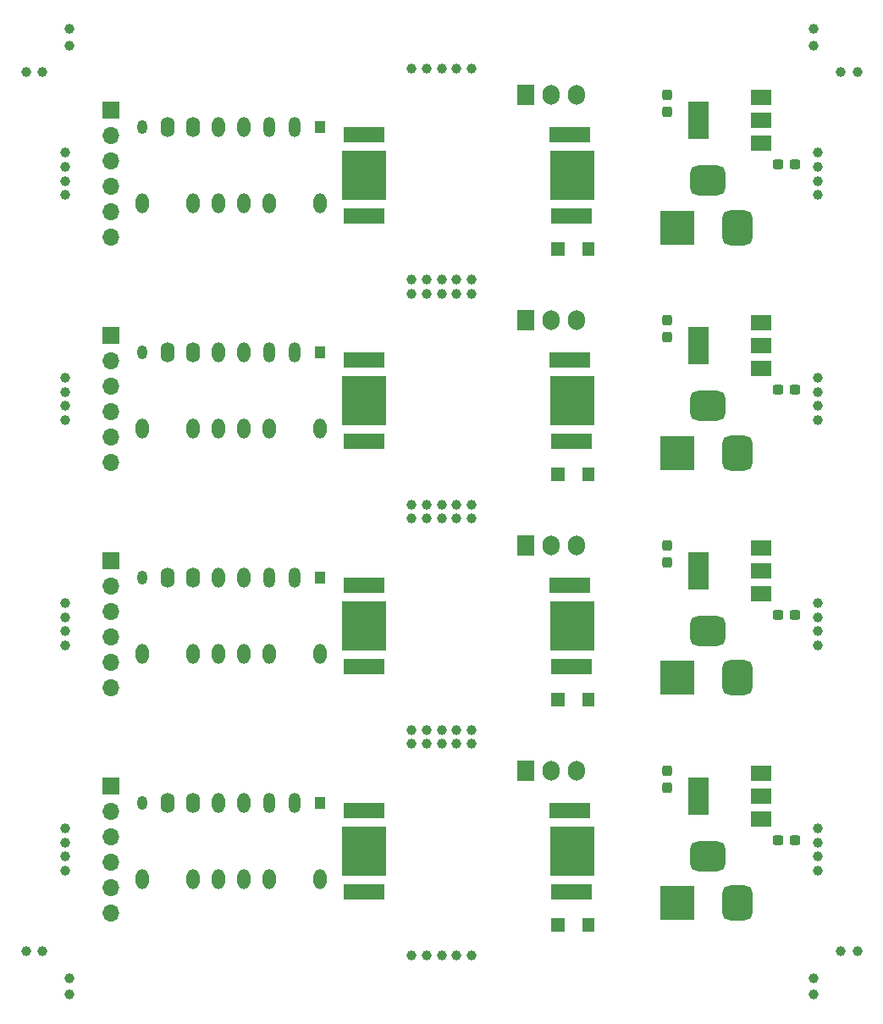
<source format=gbr>
%TF.GenerationSoftware,KiCad,Pcbnew,7.0.2*%
%TF.CreationDate,2023-06-18T21:37:11+09:00*%
%TF.ProjectId,PmodPLED_kikit,506d6f64-504c-4454-945f-6b696b69742e,rev?*%
%TF.SameCoordinates,Original*%
%TF.FileFunction,Soldermask,Top*%
%TF.FilePolarity,Negative*%
%FSLAX46Y46*%
G04 Gerber Fmt 4.6, Leading zero omitted, Abs format (unit mm)*
G04 Created by KiCad (PCBNEW 7.0.2) date 2023-06-18 21:37:11*
%MOMM*%
%LPD*%
G01*
G04 APERTURE LIST*
G04 Aperture macros list*
%AMRoundRect*
0 Rectangle with rounded corners*
0 $1 Rounding radius*
0 $2 $3 $4 $5 $6 $7 $8 $9 X,Y pos of 4 corners*
0 Add a 4 corners polygon primitive as box body*
4,1,4,$2,$3,$4,$5,$6,$7,$8,$9,$2,$3,0*
0 Add four circle primitives for the rounded corners*
1,1,$1+$1,$2,$3*
1,1,$1+$1,$4,$5*
1,1,$1+$1,$6,$7*
1,1,$1+$1,$8,$9*
0 Add four rect primitives between the rounded corners*
20,1,$1+$1,$2,$3,$4,$5,0*
20,1,$1+$1,$4,$5,$6,$7,0*
20,1,$1+$1,$6,$7,$8,$9,0*
20,1,$1+$1,$8,$9,$2,$3,0*%
%AMFreePoly0*
4,1,5,2.000000,-0.800000,-2.000000,-0.800000,-2.000000,0.800000,2.000000,0.800000,2.000000,-0.800000,2.000000,-0.800000,$1*%
%AMFreePoly1*
4,1,5,2.200000,-2.420000,-2.200000,-2.420000,-2.200000,2.420000,2.200000,2.420000,2.200000,-2.420000,2.200000,-2.420000,$1*%
G04 Aperture macros list end*
%ADD10C,1.000000*%
%ADD11RoundRect,0.237500X0.237500X-0.300000X0.237500X0.300000X-0.237500X0.300000X-0.237500X-0.300000X0*%
%ADD12R,1.700000X1.700000*%
%ADD13O,1.700000X1.700000*%
%ADD14RoundRect,0.237500X0.300000X0.237500X-0.300000X0.237500X-0.300000X-0.237500X0.300000X-0.237500X0*%
%ADD15FreePoly0,0.000000*%
%ADD16FreePoly1,0.000000*%
%ADD17R,1.400000X1.400000*%
%ADD18R,1.300000X1.400000*%
%ADD19R,2.000000X1.500000*%
%ADD20R,2.000000X3.800000*%
%ADD21RoundRect,0.750000X0.750000X1.000000X-0.750000X1.000000X-0.750000X-1.000000X0.750000X-1.000000X0*%
%ADD22RoundRect,0.750000X1.000000X0.750000X-1.000000X0.750000X-1.000000X-0.750000X1.000000X-0.750000X0*%
%ADD23R,3.500000X3.500000*%
%ADD24R,1.000000X1.200000*%
%ADD25O,1.200000X2.000000*%
%ADD26O,1.300000X2.000000*%
%ADD27O,1.400000X2.000000*%
%ADD28O,1.000000X1.400000*%
%ADD29R,1.700000X2.000000*%
%ADD30O,1.700000X2.000000*%
G04 APERTURE END LIST*
D10*
%TO.C,REF\u002A\u002A*%
X147000000Y-113270792D03*
%TD*%
%TO.C,REF\u002A\u002A*%
X145500000Y-68235396D03*
%TD*%
%TO.C,REF\u002A\u002A*%
X151500000Y-24602382D03*
%TD*%
%TO.C,REF\u002A\u002A*%
X147000000Y-69637778D03*
%TD*%
%TO.C,REF\u002A\u002A*%
X110870246Y-37258849D03*
%TD*%
%TO.C,REF\u002A\u002A*%
X110870246Y-58376547D03*
%TD*%
D11*
%TO.C,C2*%
X171014618Y-96548885D03*
X171014618Y-94823885D03*
%TD*%
D10*
%TO.C,REF\u002A\u002A*%
X111270246Y-20666667D03*
%TD*%
%TO.C,REF\u002A\u002A*%
X111270246Y-22333334D03*
%TD*%
%TO.C,REF\u002A\u002A*%
X145500000Y-47120080D03*
%TD*%
%TO.C,REF\u002A\u002A*%
X148500000Y-92155476D03*
%TD*%
D12*
%TO.C,J2*%
X115414018Y-73854487D03*
D13*
X115414018Y-76394487D03*
X115414018Y-78934487D03*
X115414018Y-81474487D03*
X115414018Y-84014487D03*
X115414018Y-86554487D03*
%TD*%
D14*
%TO.C,C1*%
X183865918Y-79213887D03*
X182140918Y-79213887D03*
%TD*%
D10*
%TO.C,REF\u002A\u002A*%
X186128838Y-37258803D03*
%TD*%
D15*
%TO.C,D1*%
X140765024Y-98833191D03*
D16*
X140765024Y-102897191D03*
D15*
X140765024Y-106961191D03*
X161465024Y-106961191D03*
D16*
X161565024Y-102897191D03*
D15*
X161325024Y-98833191D03*
%TD*%
D10*
%TO.C,REF\u002A\u002A*%
X151500000Y-68235396D03*
%TD*%
D17*
%TO.C,D3*%
X160142018Y-65179789D03*
D18*
X163192018Y-65179789D03*
%TD*%
D10*
%TO.C,REF\u002A\u002A*%
X151500000Y-92155476D03*
%TD*%
%TO.C,REF\u002A\u002A*%
X148500000Y-69637778D03*
%TD*%
%TO.C,REF\u002A\u002A*%
X148500000Y-45717698D03*
%TD*%
%TO.C,REF\u002A\u002A*%
X150000000Y-45717698D03*
%TD*%
%TO.C,REF\u002A\u002A*%
X145500000Y-90753094D03*
%TD*%
%TO.C,REF\u002A\u002A*%
X145500000Y-45717698D03*
%TD*%
%TO.C,REF\u002A\u002A*%
X185729754Y-117204125D03*
%TD*%
%TO.C,REF\u002A\u002A*%
X186128520Y-34458804D03*
%TD*%
%TO.C,REF\u002A\u002A*%
X186128838Y-59776501D03*
%TD*%
%TO.C,REF\u002A\u002A*%
X190063087Y-112870792D03*
%TD*%
D15*
%TO.C,D1*%
X140765024Y-76315493D03*
D16*
X140765024Y-80379493D03*
D15*
X140765024Y-84443493D03*
X161465024Y-84443493D03*
D16*
X161565024Y-80379493D03*
D15*
X161325024Y-76315493D03*
%TD*%
D10*
%TO.C,REF\u002A\u002A*%
X186128520Y-102011897D03*
%TD*%
D19*
%TO.C,U1*%
X180463818Y-77145087D03*
X180463818Y-74845087D03*
D20*
X174163818Y-74845087D03*
D19*
X180463818Y-72545087D03*
%TD*%
D10*
%TO.C,REF\u002A\u002A*%
X145500000Y-24602382D03*
%TD*%
%TO.C,REF\u002A\u002A*%
X110870246Y-79494245D03*
%TD*%
%TO.C,REF\u002A\u002A*%
X110870246Y-102011943D03*
%TD*%
%TO.C,REF\u002A\u002A*%
X110870246Y-104811943D03*
%TD*%
D19*
%TO.C,U1*%
X180463818Y-54627389D03*
X180463818Y-52327389D03*
D20*
X174163818Y-52327389D03*
D19*
X180463818Y-50027389D03*
%TD*%
D15*
%TO.C,D1*%
X140765024Y-53797795D03*
D16*
X140765024Y-57861795D03*
D15*
X140765024Y-61925795D03*
X161465024Y-61925795D03*
D16*
X161565024Y-57861795D03*
D15*
X161325024Y-53797795D03*
%TD*%
D10*
%TO.C,REF\u002A\u002A*%
X111270246Y-115537458D03*
%TD*%
%TO.C,REF\u002A\u002A*%
X185729754Y-22333334D03*
%TD*%
%TO.C,REF\u002A\u002A*%
X185729754Y-115537458D03*
%TD*%
%TO.C,REF\u002A\u002A*%
X150000000Y-90753094D03*
%TD*%
%TO.C,REF\u002A\u002A*%
X110870246Y-35858849D03*
%TD*%
D21*
%TO.C,J1*%
X178075818Y-85556187D03*
D22*
X175075818Y-80856187D03*
D23*
X172075818Y-85556187D03*
%TD*%
D10*
%TO.C,REF\u002A\u002A*%
X108603580Y-112870792D03*
%TD*%
%TO.C,REF\u002A\u002A*%
X147000000Y-24602382D03*
%TD*%
D24*
%TO.C,IC1*%
X136369018Y-75505487D03*
D25*
X133829018Y-75505487D03*
X131289018Y-75505487D03*
D26*
X128749018Y-75505487D03*
X126209018Y-75505487D03*
D27*
X123669018Y-75505487D03*
X121129018Y-75505487D03*
D28*
X118589018Y-75505487D03*
D26*
X136369018Y-83125487D03*
X131289018Y-83125487D03*
X128749018Y-83125487D03*
X126209018Y-83125487D03*
X123669018Y-83125487D03*
X118589018Y-83125487D03*
%TD*%
D10*
%TO.C,REF\u002A\u002A*%
X186128520Y-56976501D03*
%TD*%
D29*
%TO.C,J3*%
X156943018Y-72330487D03*
D30*
X159483018Y-72330487D03*
X162023018Y-72330487D03*
%TD*%
D17*
%TO.C,D3*%
X160142018Y-110215185D03*
D18*
X163192018Y-110215185D03*
%TD*%
D10*
%TO.C,REF\u002A\u002A*%
X190063087Y-25000000D03*
%TD*%
%TO.C,REF\u002A\u002A*%
X186128838Y-82294199D03*
%TD*%
%TO.C,REF\u002A\u002A*%
X148500000Y-90753094D03*
%TD*%
%TO.C,REF\u002A\u002A*%
X186128361Y-55576501D03*
%TD*%
%TO.C,REF\u002A\u002A*%
X188396420Y-112870792D03*
%TD*%
%TO.C,REF\u002A\u002A*%
X147000000Y-92155476D03*
%TD*%
D21*
%TO.C,J1*%
X178075818Y-108073885D03*
D22*
X175075818Y-103373885D03*
D23*
X172075818Y-108073885D03*
%TD*%
D10*
%TO.C,REF\u002A\u002A*%
X111270246Y-117204125D03*
%TD*%
D17*
%TO.C,D3*%
X160142018Y-42662091D03*
D18*
X163192018Y-42662091D03*
%TD*%
D11*
%TO.C,C2*%
X171014618Y-51513489D03*
X171014618Y-49788489D03*
%TD*%
D10*
%TO.C,REF\u002A\u002A*%
X110870246Y-34458849D03*
%TD*%
%TO.C,REF\u002A\u002A*%
X110870246Y-82294245D03*
%TD*%
%TO.C,REF\u002A\u002A*%
X110870246Y-80894245D03*
%TD*%
%TO.C,REF\u002A\u002A*%
X186128838Y-104811897D03*
%TD*%
%TO.C,REF\u002A\u002A*%
X186128361Y-78094199D03*
%TD*%
%TO.C,REF\u002A\u002A*%
X151500000Y-47120080D03*
%TD*%
%TO.C,REF\u002A\u002A*%
X186128679Y-80894199D03*
%TD*%
%TO.C,REF\u002A\u002A*%
X188396420Y-25000000D03*
%TD*%
%TO.C,REF\u002A\u002A*%
X150000000Y-92155476D03*
%TD*%
%TO.C,REF\u002A\u002A*%
X150000000Y-69637778D03*
%TD*%
%TO.C,REF\u002A\u002A*%
X151500000Y-69637778D03*
%TD*%
%TO.C,REF\u002A\u002A*%
X151500000Y-113270792D03*
%TD*%
%TO.C,REF\u002A\u002A*%
X186128679Y-58376501D03*
%TD*%
D14*
%TO.C,C1*%
X183865918Y-34178491D03*
X182140918Y-34178491D03*
%TD*%
D10*
%TO.C,REF\u002A\u002A*%
X151500000Y-45717698D03*
%TD*%
D11*
%TO.C,C2*%
X171014618Y-28995791D03*
X171014618Y-27270791D03*
%TD*%
%TO.C,C2*%
X171014618Y-74031187D03*
X171014618Y-72306187D03*
%TD*%
D29*
%TO.C,J3*%
X156943018Y-49812789D03*
D30*
X159483018Y-49812789D03*
X162023018Y-49812789D03*
%TD*%
D10*
%TO.C,REF\u002A\u002A*%
X148500000Y-68235396D03*
%TD*%
%TO.C,REF\u002A\u002A*%
X186128361Y-100611897D03*
%TD*%
%TO.C,REF\u002A\u002A*%
X110870246Y-33058849D03*
%TD*%
%TO.C,REF\u002A\u002A*%
X186128679Y-35858803D03*
%TD*%
%TO.C,REF\u002A\u002A*%
X148500000Y-24602382D03*
%TD*%
%TO.C,REF\u002A\u002A*%
X150000000Y-68235396D03*
%TD*%
D19*
%TO.C,U1*%
X180463818Y-32109691D03*
X180463818Y-29809691D03*
D20*
X174163818Y-29809691D03*
D19*
X180463818Y-27509691D03*
%TD*%
D10*
%TO.C,REF\u002A\u002A*%
X150000000Y-113270792D03*
%TD*%
D12*
%TO.C,J2*%
X115414018Y-96372185D03*
D13*
X115414018Y-98912185D03*
X115414018Y-101452185D03*
X115414018Y-103992185D03*
X115414018Y-106532185D03*
X115414018Y-109072185D03*
%TD*%
D10*
%TO.C,REF\u002A\u002A*%
X147000000Y-68235396D03*
%TD*%
%TO.C,REF\u002A\u002A*%
X145500000Y-113270792D03*
%TD*%
%TO.C,REF\u002A\u002A*%
X108603580Y-25000000D03*
%TD*%
%TO.C,REF\u002A\u002A*%
X186128361Y-33058804D03*
%TD*%
D21*
%TO.C,J1*%
X178075818Y-63038489D03*
D22*
X175075818Y-58338489D03*
D23*
X172075818Y-63038489D03*
%TD*%
D19*
%TO.C,U1*%
X180463818Y-99662785D03*
X180463818Y-97362785D03*
D20*
X174163818Y-97362785D03*
D19*
X180463818Y-95062785D03*
%TD*%
D21*
%TO.C,J1*%
X178075818Y-40520791D03*
D22*
X175075818Y-35820791D03*
D23*
X172075818Y-40520791D03*
%TD*%
D17*
%TO.C,D3*%
X160142018Y-87697487D03*
D18*
X163192018Y-87697487D03*
%TD*%
D10*
%TO.C,REF\u002A\u002A*%
X147000000Y-47120080D03*
%TD*%
%TO.C,REF\u002A\u002A*%
X151500000Y-90753094D03*
%TD*%
%TO.C,REF\u002A\u002A*%
X150000000Y-24602382D03*
%TD*%
%TO.C,REF\u002A\u002A*%
X110870246Y-78094245D03*
%TD*%
%TO.C,REF\u002A\u002A*%
X145500000Y-69637778D03*
%TD*%
%TO.C,REF\u002A\u002A*%
X185729754Y-20666667D03*
%TD*%
D24*
%TO.C,IC1*%
X136369018Y-30470091D03*
D25*
X133829018Y-30470091D03*
X131289018Y-30470091D03*
D26*
X128749018Y-30470091D03*
X126209018Y-30470091D03*
D27*
X123669018Y-30470091D03*
X121129018Y-30470091D03*
D28*
X118589018Y-30470091D03*
D26*
X136369018Y-38090091D03*
X131289018Y-38090091D03*
X128749018Y-38090091D03*
X126209018Y-38090091D03*
X123669018Y-38090091D03*
X118589018Y-38090091D03*
%TD*%
D12*
%TO.C,J2*%
X115414018Y-28819091D03*
D13*
X115414018Y-31359091D03*
X115414018Y-33899091D03*
X115414018Y-36439091D03*
X115414018Y-38979091D03*
X115414018Y-41519091D03*
%TD*%
D10*
%TO.C,REF\u002A\u002A*%
X148500000Y-113270792D03*
%TD*%
%TO.C,REF\u002A\u002A*%
X110870246Y-55576547D03*
%TD*%
D14*
%TO.C,C1*%
X183865918Y-101731585D03*
X182140918Y-101731585D03*
%TD*%
D24*
%TO.C,IC1*%
X136369018Y-52987789D03*
D25*
X133829018Y-52987789D03*
X131289018Y-52987789D03*
D26*
X128749018Y-52987789D03*
X126209018Y-52987789D03*
D27*
X123669018Y-52987789D03*
X121129018Y-52987789D03*
D28*
X118589018Y-52987789D03*
D26*
X136369018Y-60607789D03*
X131289018Y-60607789D03*
X128749018Y-60607789D03*
X126209018Y-60607789D03*
X123669018Y-60607789D03*
X118589018Y-60607789D03*
%TD*%
D10*
%TO.C,REF\u002A\u002A*%
X106936913Y-25000000D03*
%TD*%
%TO.C,REF\u002A\u002A*%
X110870246Y-103411943D03*
%TD*%
%TO.C,REF\u002A\u002A*%
X110870246Y-56976547D03*
%TD*%
%TO.C,REF\u002A\u002A*%
X147000000Y-45717698D03*
%TD*%
%TO.C,REF\u002A\u002A*%
X147000000Y-90753094D03*
%TD*%
%TO.C,REF\u002A\u002A*%
X186128520Y-79494199D03*
%TD*%
%TO.C,REF\u002A\u002A*%
X110870246Y-59776547D03*
%TD*%
%TO.C,REF\u002A\u002A*%
X110870246Y-100611943D03*
%TD*%
%TO.C,REF\u002A\u002A*%
X186128679Y-103411897D03*
%TD*%
D15*
%TO.C,D1*%
X140765024Y-31280097D03*
D16*
X140765024Y-35344097D03*
D15*
X140765024Y-39408097D03*
X161465024Y-39408097D03*
D16*
X161565024Y-35344097D03*
D15*
X161325024Y-31280097D03*
%TD*%
D10*
%TO.C,REF\u002A\u002A*%
X150000000Y-47120080D03*
%TD*%
D29*
%TO.C,J3*%
X156943018Y-94848185D03*
D30*
X159483018Y-94848185D03*
X162023018Y-94848185D03*
%TD*%
D10*
%TO.C,REF\u002A\u002A*%
X106936913Y-112870792D03*
%TD*%
D12*
%TO.C,J2*%
X115414018Y-51336789D03*
D13*
X115414018Y-53876789D03*
X115414018Y-56416789D03*
X115414018Y-58956789D03*
X115414018Y-61496789D03*
X115414018Y-64036789D03*
%TD*%
D29*
%TO.C,J3*%
X156943018Y-27295091D03*
D30*
X159483018Y-27295091D03*
X162023018Y-27295091D03*
%TD*%
D14*
%TO.C,C1*%
X183865918Y-56696189D03*
X182140918Y-56696189D03*
%TD*%
D10*
%TO.C,REF\u002A\u002A*%
X145500000Y-92155476D03*
%TD*%
%TO.C,REF\u002A\u002A*%
X148500000Y-47120080D03*
%TD*%
D24*
%TO.C,IC1*%
X136369018Y-98023185D03*
D25*
X133829018Y-98023185D03*
X131289018Y-98023185D03*
D26*
X128749018Y-98023185D03*
X126209018Y-98023185D03*
D27*
X123669018Y-98023185D03*
X121129018Y-98023185D03*
D28*
X118589018Y-98023185D03*
D26*
X136369018Y-105643185D03*
X131289018Y-105643185D03*
X128749018Y-105643185D03*
X126209018Y-105643185D03*
X123669018Y-105643185D03*
X118589018Y-105643185D03*
%TD*%
M02*

</source>
